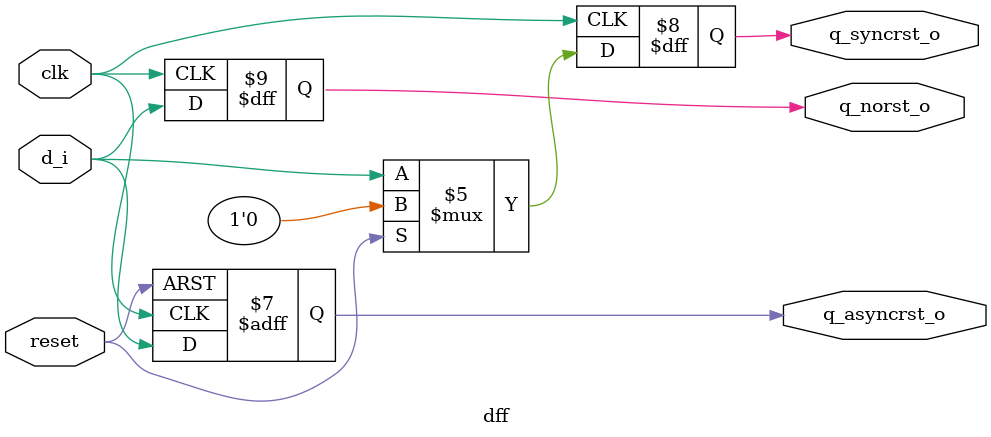
<source format=v>


//output    logic      q_norst_o,   -> Q output from non-resettable flop
//output    logic      q_syncrst_o, -> Q output from flop using synchronous reset
//output    logic      q_asyncrst_o -> Q output from flop using asynchrnoous reset

module dff(
     input d_i,
     output q_norst_o,
     output q_syncrst_o,
     output q_asyncrst_o,
     input clk,
     input reset
);
//No reset
always@ (posedge clk) begin
     q_norst_o <= d_i;

end

//Synchronous reset
always@(posedge clk) begin
     if (reset)
          q_syncrst_o <= 1'b0;
     else 
          q_syncrst_o <= d_i;

end

//Asynchronous reset
always@(posedge clk or posedge reset) begin
     if(reset)
          q_asyncrst_o <= 1'b0;
     else
          q_asyncrst_o <= d_i;


end



endmodule
</source>
